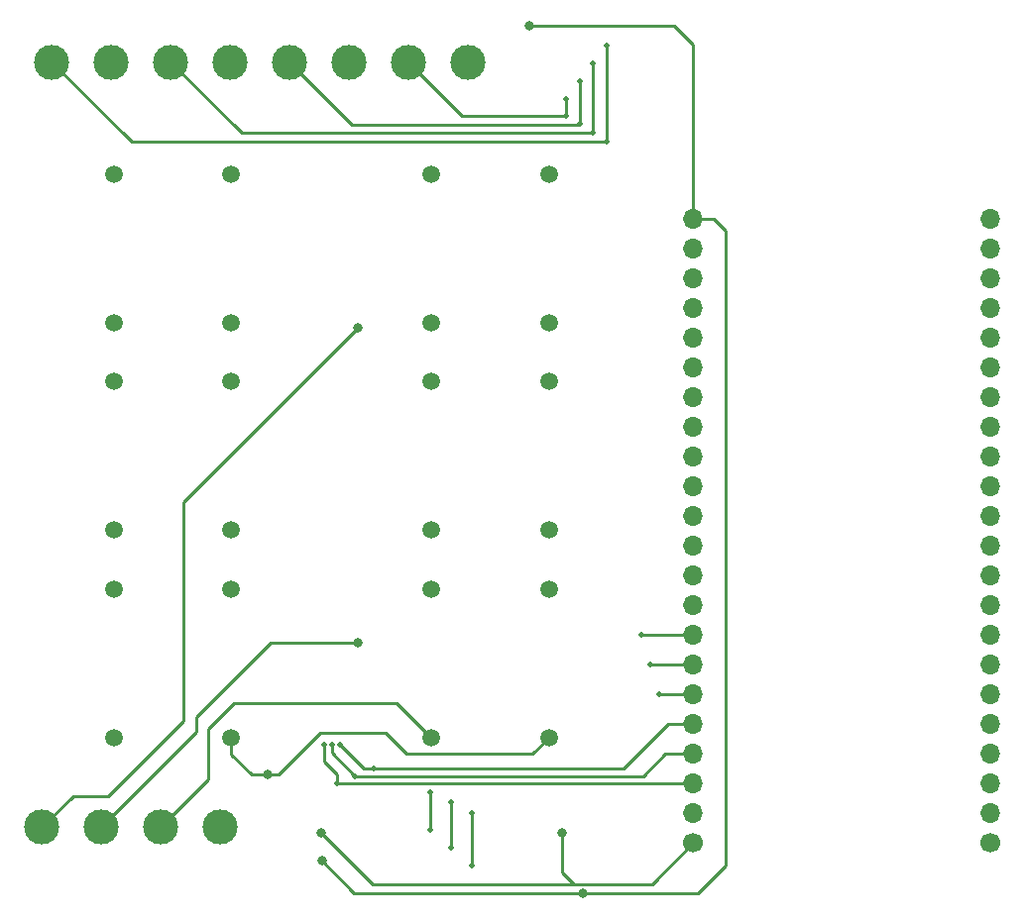
<source format=gbr>
%TF.GenerationSoftware,KiCad,Pcbnew,7.0.10*%
%TF.CreationDate,2024-03-07T00:47:07-03:00*%
%TF.ProjectId,board,626f6172-642e-46b6-9963-61645f706362,rev?*%
%TF.SameCoordinates,Original*%
%TF.FileFunction,Copper,L2,Bot*%
%TF.FilePolarity,Positive*%
%FSLAX46Y46*%
G04 Gerber Fmt 4.6, Leading zero omitted, Abs format (unit mm)*
G04 Created by KiCad (PCBNEW 7.0.10) date 2024-03-07 00:47:07*
%MOMM*%
%LPD*%
G01*
G04 APERTURE LIST*
%TA.AperFunction,ComponentPad*%
%ADD10C,3.000000*%
%TD*%
%TA.AperFunction,ComponentPad*%
%ADD11C,1.700000*%
%TD*%
%TA.AperFunction,ComponentPad*%
%ADD12O,1.700000X1.700000*%
%TD*%
%TA.AperFunction,ComponentPad*%
%ADD13C,1.508000*%
%TD*%
%TA.AperFunction,ViaPad*%
%ADD14C,0.800000*%
%TD*%
%TA.AperFunction,ViaPad*%
%ADD15C,0.500000*%
%TD*%
%TA.AperFunction,Conductor*%
%ADD16C,0.250000*%
%TD*%
G04 APERTURE END LIST*
D10*
%TO.P,ST6,1,Pin_1*%
%TO.N,V_Ref_Current*%
X63195200Y-57327800D03*
%TO.P,ST6,2,Pin_2*%
%TO.N,N_Current_Wave*%
X58115200Y-57327800D03*
%TD*%
D11*
%TO.P,ESP32-S3_BACK1,1,Pin_1*%
%TO.N,GND*%
X138277600Y-124079000D03*
D12*
%TO.P,ESP32-S3_BACK1,2,Pin_2*%
%TO.N,N/C*%
X138277600Y-121539000D03*
%TO.P,ESP32-S3_BACK1,3,Pin_3*%
X138277600Y-118999000D03*
%TO.P,ESP32-S3_BACK1,4,Pin_4*%
X138277600Y-116459000D03*
%TO.P,ESP32-S3_BACK1,5,Pin_5*%
X138277600Y-113919000D03*
%TO.P,ESP32-S3_BACK1,6,Pin_6*%
X138277600Y-111379000D03*
%TO.P,ESP32-S3_BACK1,7,Pin_7*%
X138277600Y-108839000D03*
%TO.P,ESP32-S3_BACK1,8,Pin_8*%
X138277600Y-106299000D03*
%TO.P,ESP32-S3_BACK1,9,Pin_9*%
X138277600Y-103759000D03*
%TO.P,ESP32-S3_BACK1,10,Pin_10*%
X138277600Y-101219000D03*
%TO.P,ESP32-S3_BACK1,11,Pin_11*%
X138277600Y-98679000D03*
%TO.P,ESP32-S3_BACK1,12,Pin_12*%
X138277600Y-96139000D03*
%TO.P,ESP32-S3_BACK1,13,Pin_13*%
X138277600Y-93599000D03*
%TO.P,ESP32-S3_BACK1,14,Pin_14*%
X138277600Y-91059000D03*
%TO.P,ESP32-S3_BACK1,15,Pin_15*%
X138277600Y-88519000D03*
%TO.P,ESP32-S3_BACK1,16,Pin_16*%
X138277600Y-85979000D03*
%TO.P,ESP32-S3_BACK1,17,Pin_17*%
X138277600Y-83439000D03*
%TO.P,ESP32-S3_BACK1,18,Pin_18*%
X138277600Y-80899000D03*
%TO.P,ESP32-S3_BACK1,19,Pin_19*%
X138277600Y-78359000D03*
%TO.P,ESP32-S3_BACK1,20,Pin_20*%
X138277600Y-75819000D03*
%TO.P,ESP32-S3_BACK1,21,Pin_21*%
X138277600Y-73279000D03*
%TO.P,ESP32-S3_BACK1,22,Pin_22*%
X138277600Y-70739000D03*
%TD*%
D13*
%TO.P,TP1,1*%
%TO.N,A_Voltage_Load*%
X63453000Y-66929000D03*
%TO.P,TP1,2*%
%TO.N,N_Voltage*%
X63453000Y-79629000D03*
%TO.P,TP1,3*%
%TO.N,V_Ref_Voltage*%
X73453000Y-79629000D03*
%TO.P,TP1,4*%
%TO.N,A_Wave*%
X73453000Y-66929000D03*
%TD*%
D10*
%TO.P,ST4,1,Pin_1*%
%TO.N,V_Ref_Current*%
X83515200Y-57327800D03*
%TO.P,ST4,2,Pin_2*%
%TO.N,B_Current_Wave*%
X78435200Y-57327800D03*
%TD*%
D13*
%TO.P,TP6,1*%
%TO.N,BC_Voltage_Load*%
X90558200Y-102362000D03*
%TO.P,TP6,2*%
%TO.N,C_Voltage*%
X90558200Y-115062000D03*
%TO.P,TP6,3*%
%TO.N,V_Ref_Voltage*%
X100558200Y-115062000D03*
%TO.P,TP6,4*%
%TO.N,BC_Wave*%
X100558200Y-102362000D03*
%TD*%
%TO.P,TP5,1*%
%TO.N,AC_Voltage_Load*%
X90558200Y-84582000D03*
%TO.P,TP5,2*%
%TO.N,C_Voltage*%
X90558200Y-97282000D03*
%TO.P,TP5,3*%
%TO.N,V_Ref_Voltage*%
X100558200Y-97282000D03*
%TO.P,TP5,4*%
%TO.N,AC_Wave*%
X100558200Y-84582000D03*
%TD*%
D10*
%TO.P,ST5,1,Pin_1*%
%TO.N,V_Ref_Current*%
X73355200Y-57327800D03*
%TO.P,ST5,2,Pin_2*%
%TO.N,C_Current_Wave*%
X68275200Y-57327800D03*
%TD*%
%TO.P,ST3,1,Pin_1*%
%TO.N,V_Ref_Current*%
X93675200Y-57327800D03*
%TO.P,ST3,2,Pin_2*%
%TO.N,A_Current_Wave*%
X88595200Y-57327800D03*
%TD*%
%TO.P,ST1,1,Pin_1*%
%TO.N,A_Voltage*%
X57277000Y-122745500D03*
%TO.P,ST1,2,Pin_2*%
%TO.N,B_Voltage*%
X62357000Y-122745500D03*
%TD*%
D11*
%TO.P,ESP32-S3_FRONT1,1,Pin_1*%
%TO.N,GND*%
X112877600Y-124079000D03*
D12*
%TO.P,ESP32-S3_FRONT1,2,Pin_2*%
%TO.N,N/C*%
X112877600Y-121539000D03*
%TO.P,ESP32-S3_FRONT1,3,Pin_3*%
%TO.N,C_Wave*%
X112877600Y-118999000D03*
%TO.P,ESP32-S3_FRONT1,4,Pin_4*%
%TO.N,B_Wave*%
X112877600Y-116459000D03*
%TO.P,ESP32-S3_FRONT1,5,Pin_5*%
%TO.N,A_Wave*%
X112877600Y-113919000D03*
%TO.P,ESP32-S3_FRONT1,6,Pin_6*%
%TO.N,AB_Wave*%
X112877600Y-111379000D03*
%TO.P,ESP32-S3_FRONT1,7,Pin_7*%
%TO.N,AC_Wave*%
X112877600Y-108839000D03*
%TO.P,ESP32-S3_FRONT1,8,Pin_8*%
%TO.N,BC_Wave*%
X112877600Y-106299000D03*
%TO.P,ESP32-S3_FRONT1,9,Pin_9*%
%TO.N,A_Current_Wave*%
X112877600Y-103759000D03*
%TO.P,ESP32-S3_FRONT1,10,Pin_10*%
%TO.N,B_Current_Wave*%
X112877600Y-101219000D03*
%TO.P,ESP32-S3_FRONT1,11,Pin_11*%
%TO.N,C_Current_Wave*%
X112877600Y-98679000D03*
%TO.P,ESP32-S3_FRONT1,12,Pin_12*%
%TO.N,N_Current_Wave*%
X112877600Y-96139000D03*
%TO.P,ESP32-S3_FRONT1,13,Pin_13*%
%TO.N,N/C*%
X112877600Y-93599000D03*
%TO.P,ESP32-S3_FRONT1,14,Pin_14*%
X112877600Y-91059000D03*
%TO.P,ESP32-S3_FRONT1,15,Pin_15*%
X112877600Y-88519000D03*
%TO.P,ESP32-S3_FRONT1,16,Pin_16*%
X112877600Y-85979000D03*
%TO.P,ESP32-S3_FRONT1,17,Pin_17*%
X112877600Y-83439000D03*
%TO.P,ESP32-S3_FRONT1,18,Pin_18*%
X112877600Y-80899000D03*
%TO.P,ESP32-S3_FRONT1,19,Pin_19*%
X112877600Y-78359000D03*
%TO.P,ESP32-S3_FRONT1,20,Pin_20*%
X112877600Y-75819000D03*
%TO.P,ESP32-S3_FRONT1,21,Pin_21*%
X112877600Y-73279000D03*
%TO.P,ESP32-S3_FRONT1,22,Pin_22*%
%TO.N,VCC*%
X112877600Y-70739000D03*
%TD*%
D13*
%TO.P,TP4,1*%
%TO.N,AB_Voltage_Load*%
X90558200Y-66929000D03*
%TO.P,TP4,2*%
%TO.N,B_Voltage*%
X90558200Y-79629000D03*
%TO.P,TP4,3*%
%TO.N,V_Ref_Voltage*%
X100558200Y-79629000D03*
%TO.P,TP4,4*%
%TO.N,AB_Wave*%
X100558200Y-66929000D03*
%TD*%
%TO.P,TP3,1*%
%TO.N,C_Voltage_Load*%
X63453000Y-102362000D03*
%TO.P,TP3,2*%
%TO.N,N_Voltage*%
X63453000Y-115062000D03*
%TO.P,TP3,3*%
%TO.N,V_Ref_Voltage*%
X73453000Y-115062000D03*
%TO.P,TP3,4*%
%TO.N,C_Wave*%
X73453000Y-102362000D03*
%TD*%
D10*
%TO.P,ST2,1,Pin_1*%
%TO.N,C_Voltage*%
X67437000Y-122745500D03*
%TO.P,ST2,2,Pin_2*%
%TO.N,N_Voltage*%
X72517000Y-122745500D03*
%TD*%
D13*
%TO.P,TP2,1*%
%TO.N,B_Voltage_Load*%
X63453000Y-84582000D03*
%TO.P,TP2,2*%
%TO.N,N_Voltage*%
X63453000Y-97282000D03*
%TO.P,TP2,3*%
%TO.N,V_Ref_Voltage*%
X73453000Y-97282000D03*
%TO.P,TP2,4*%
%TO.N,B_Wave*%
X73453000Y-84582000D03*
%TD*%
D14*
%TO.N,A_Voltage*%
X84264500Y-80010000D03*
%TO.N,B_Voltage*%
X84264500Y-106934000D03*
D15*
%TO.N,A_Wave*%
X82742003Y-115697000D03*
X85579400Y-117729000D03*
%TO.N,B_Wave*%
X84030000Y-118364000D03*
X82042000Y-115697000D03*
%TO.N,C_Wave*%
X81407000Y-115697000D03*
X82506000Y-118999000D03*
D14*
%TO.N,V_Ref_Voltage*%
X76537500Y-118237000D03*
%TO.N,VCC*%
X98930000Y-54254400D03*
X81172200Y-125620200D03*
X103505000Y-128397000D03*
%TO.N,GND*%
X101727000Y-123190000D03*
X81153000Y-123190000D03*
D15*
%TO.N,AB_Wave*%
X93980000Y-126009400D03*
X93980000Y-121539000D03*
X109982000Y-111379000D03*
%TO.N,AC_Wave*%
X109220000Y-108839000D03*
X92202000Y-124460000D03*
X92202000Y-120624600D03*
%TO.N,BC_Wave*%
X90424000Y-119735600D03*
X108458000Y-106299000D03*
X90424000Y-122936000D03*
%TO.N,A_Current_Wave*%
X102057200Y-60477400D03*
X102057200Y-61899800D03*
%TO.N,C_Current_Wave*%
X104343200Y-57404000D03*
X104343200Y-63373000D03*
%TO.N,B_Current_Wave*%
X103200200Y-58928000D03*
X103200200Y-62611000D03*
%TO.N,N_Current_Wave*%
X105486200Y-64135000D03*
X105486200Y-55880000D03*
%TD*%
D16*
%TO.N,A_Voltage*%
X62928500Y-120078500D02*
X69342000Y-113665000D01*
X69342000Y-113665000D02*
X69342000Y-94932500D01*
X57277000Y-122745500D02*
X59944000Y-120078500D01*
X69342000Y-94932500D02*
X84264500Y-80010000D01*
X59944000Y-120078500D02*
X62928500Y-120078500D01*
%TO.N,B_Voltage*%
X70485000Y-114617500D02*
X70485000Y-113284000D01*
X62357000Y-122745500D02*
X70485000Y-114617500D01*
X76835000Y-106934000D02*
X84264500Y-106934000D01*
X70485000Y-113284000D02*
X76835000Y-106934000D01*
%TO.N,C_Voltage*%
X67437000Y-122745500D02*
X71501000Y-118681500D01*
X71501000Y-114300000D02*
X73710800Y-112090200D01*
X71501000Y-118681500D02*
X71501000Y-114300000D01*
X73710800Y-112090200D02*
X87586400Y-112090200D01*
X87586400Y-112090200D02*
X90558200Y-115062000D01*
%TO.N,A_Wave*%
X84774003Y-117729000D02*
X85579400Y-117729000D01*
X106984800Y-117729000D02*
X110794800Y-113919000D01*
X110794800Y-113919000D02*
X112877600Y-113919000D01*
X82742003Y-115697000D02*
X84774003Y-117729000D01*
X85579400Y-117729000D02*
X106984800Y-117729000D01*
%TO.N,B_Wave*%
X84030000Y-118364000D02*
X108635800Y-118364000D01*
X84030000Y-118364000D02*
X82042000Y-116376000D01*
X110540800Y-116459000D02*
X112877600Y-116459000D01*
X82042000Y-116376000D02*
X82042000Y-115697000D01*
X108635800Y-118364000D02*
X110540800Y-116459000D01*
%TO.N,C_Wave*%
X82506000Y-118999000D02*
X82506000Y-118745000D01*
X82506000Y-118999000D02*
X82506000Y-118193000D01*
X82506000Y-118193000D02*
X81407000Y-117094000D01*
X81407000Y-117094000D02*
X81407000Y-115697000D01*
X82506000Y-118999000D02*
X112877600Y-118999000D01*
%TO.N,V_Ref_Voltage*%
X73453000Y-115062000D02*
X73453000Y-116506000D01*
X75184000Y-118237000D02*
X76537500Y-118237000D01*
X86614000Y-114681000D02*
X88392000Y-116459000D01*
X81026000Y-114681000D02*
X86614000Y-114681000D01*
X99161200Y-116459000D02*
X100558200Y-115062000D01*
X88392000Y-116459000D02*
X99161200Y-116459000D01*
X76537500Y-118237000D02*
X77470000Y-118237000D01*
X73453000Y-116506000D02*
X75184000Y-118237000D01*
X77470000Y-118237000D02*
X81026000Y-114681000D01*
%TO.N,VCC*%
X112877600Y-70739000D02*
X112877600Y-55854600D01*
X115671600Y-125984000D02*
X115671600Y-125857000D01*
X83949000Y-128397000D02*
X113258600Y-128397000D01*
X115671600Y-71755000D02*
X114655600Y-70739000D01*
X115671600Y-125857000D02*
X115671600Y-71755000D01*
X111277400Y-54254400D02*
X98930000Y-54254400D01*
X114655600Y-70739000D02*
X112877600Y-70739000D01*
X113258600Y-128397000D02*
X115671600Y-125984000D01*
X112877600Y-55854600D02*
X111277400Y-54254400D01*
X81172200Y-125620200D02*
X83949000Y-128397000D01*
%TO.N,GND*%
X112877600Y-124079000D02*
X109372400Y-127584200D01*
X101727000Y-126568200D02*
X102743000Y-127584200D01*
X85547200Y-127584200D02*
X102743000Y-127584200D01*
X101727000Y-123190000D02*
X101727000Y-126568200D01*
X81153000Y-123190000D02*
X85547200Y-127584200D01*
X109372400Y-127584200D02*
X102743000Y-127584200D01*
%TO.N,AB_Wave*%
X93980000Y-126009400D02*
X93980000Y-121539000D01*
X112877600Y-111379000D02*
X109982000Y-111379000D01*
%TO.N,AC_Wave*%
X92202000Y-120624600D02*
X92202000Y-124460000D01*
X112877600Y-108839000D02*
X109220000Y-108839000D01*
%TO.N,BC_Wave*%
X112877600Y-106299000D02*
X108458000Y-106299000D01*
X90424000Y-119735600D02*
X90424000Y-122936000D01*
%TO.N,A_Current_Wave*%
X102057200Y-61899800D02*
X102057200Y-60477400D01*
X88595200Y-57327800D02*
X93167200Y-61899800D01*
X93167200Y-61899800D02*
X102057200Y-61899800D01*
%TO.N,C_Current_Wave*%
X68275200Y-57327800D02*
X74320400Y-63373000D01*
X74320400Y-63373000D02*
X104343200Y-63373000D01*
X104343200Y-57404000D02*
X104343200Y-63373000D01*
%TO.N,B_Current_Wave*%
X103149400Y-62661800D02*
X103200200Y-62611000D01*
X103200200Y-62611000D02*
X103200200Y-58928000D01*
X78435200Y-57327800D02*
X83769200Y-62661800D01*
X83769200Y-62661800D02*
X103149400Y-62661800D01*
%TO.N,N_Current_Wave*%
X58115200Y-57327800D02*
X64922400Y-64135000D01*
X64922400Y-64135000D02*
X105486200Y-64135000D01*
X105486200Y-64135000D02*
X105486200Y-55880000D01*
%TD*%
M02*

</source>
